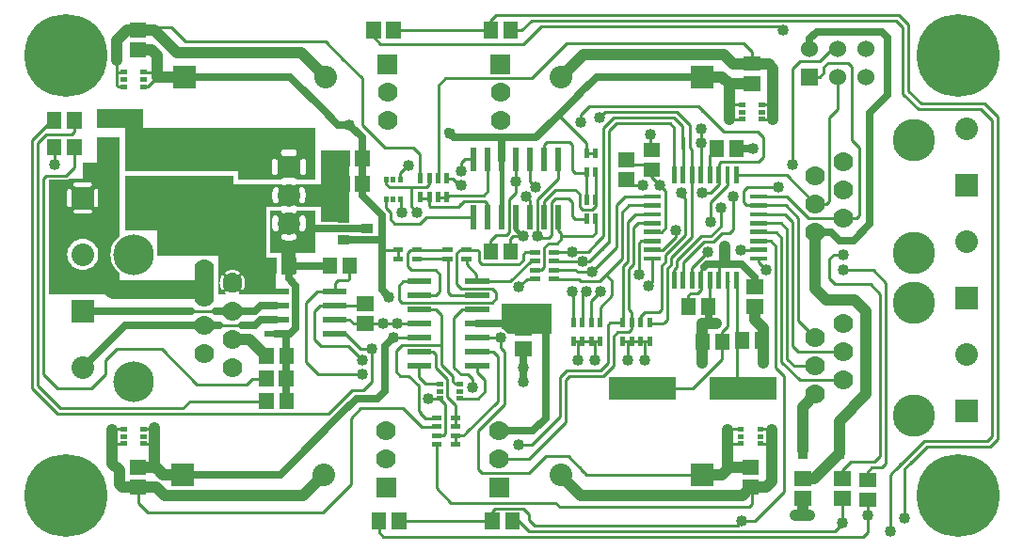
<source format=gbr>
G04 start of page 2 for group 0 idx 0 *
G04 Title: (unknown), component *
G04 Creator: pcb 20140316 *
G04 CreationDate: Mon 18 May 2015 09:38:21 PM GMT UTC *
G04 For: ndholmes *
G04 Format: Gerber/RS-274X *
G04 PCB-Dimensions (mil): 3500.00 1900.00 *
G04 PCB-Coordinate-Origin: lower left *
%MOIN*%
%FSLAX25Y25*%
%LNTOP*%
%ADD41C,0.0450*%
%ADD40C,0.0380*%
%ADD39C,0.0390*%
%ADD38C,0.0300*%
%ADD37C,0.1280*%
%ADD36C,0.1220*%
%ADD35C,0.0480*%
%ADD34C,0.1285*%
%ADD33C,0.0200*%
%ADD32R,0.0787X0.0787*%
%ADD31R,0.0157X0.0157*%
%ADD30R,0.0200X0.0200*%
%ADD29R,0.0167X0.0167*%
%ADD28R,0.0340X0.0340*%
%ADD27R,0.0360X0.0360*%
%ADD26R,0.0512X0.0512*%
%ADD25R,0.0165X0.0165*%
%ADD24R,0.0630X0.0630*%
%ADD23C,0.0787*%
%ADD22C,0.0600*%
%ADD21C,0.0700*%
%ADD20C,0.1500*%
%ADD19C,0.1440*%
%ADD18C,0.0800*%
%ADD17C,0.2937*%
%ADD16C,0.0150*%
%ADD15C,0.0650*%
%ADD14C,0.0250*%
%ADD13C,0.0100*%
%ADD12C,0.0400*%
%ADD11C,0.0001*%
G54D11*G36*
X176500Y85000D02*X189000D01*
Y74500D01*
X176500D01*
Y85000D01*
G37*
G36*
X171500D02*X184000D01*
Y74500D01*
X173599D01*
X173435Y74769D01*
X173128Y75128D01*
X172769Y75435D01*
X172366Y75681D01*
X171930Y75862D01*
X171500Y75965D01*
Y85000D01*
G37*
G36*
X74500Y121000D02*X88000D01*
Y105500D01*
X74500D01*
Y121000D01*
G37*
G36*
X93500Y104000D02*X98500D01*
Y95500D01*
X93500D01*
Y104000D01*
G37*
G36*
X73000Y102000D02*X66176D01*
X66000Y102014D01*
X65824Y102000D01*
X49500D01*
Y112500D01*
X73000D01*
Y102000D01*
G37*
G36*
X79720Y111500D02*X88000D01*
Y88500D01*
X79720D01*
Y90044D01*
X79771Y90083D01*
X79826Y90139D01*
X79870Y90204D01*
X80064Y90556D01*
X80221Y90926D01*
X80344Y91309D01*
X80433Y91700D01*
X80487Y92099D01*
X80504Y92500D01*
X80487Y92901D01*
X80433Y93300D01*
X80344Y93691D01*
X80221Y94074D01*
X80064Y94444D01*
X79874Y94798D01*
X79829Y94863D01*
X79774Y94920D01*
X79720Y94960D01*
Y111500D01*
G37*
G36*
X75998D02*X79720D01*
Y94960D01*
X79710Y94968D01*
X79640Y95004D01*
X79565Y95030D01*
X79487Y95044D01*
X79408Y95045D01*
X79329Y95033D01*
X79254Y95010D01*
X79183Y94975D01*
X79118Y94929D01*
X79061Y94874D01*
X79013Y94811D01*
X78976Y94741D01*
X78951Y94666D01*
X78937Y94588D01*
X78936Y94508D01*
X78948Y94430D01*
X78971Y94354D01*
X79007Y94284D01*
X79157Y94010D01*
X79279Y93723D01*
X79375Y93426D01*
X79444Y93121D01*
X79486Y92812D01*
X79500Y92500D01*
X79486Y92188D01*
X79444Y91879D01*
X79375Y91574D01*
X79279Y91277D01*
X79157Y90990D01*
X79010Y90714D01*
X78974Y90645D01*
X78951Y90569D01*
X78940Y90491D01*
X78941Y90413D01*
X78954Y90335D01*
X78980Y90261D01*
X79016Y90191D01*
X79064Y90128D01*
X79120Y90073D01*
X79184Y90028D01*
X79255Y89993D01*
X79330Y89970D01*
X79408Y89959D01*
X79487Y89960D01*
X79564Y89973D01*
X79639Y89999D01*
X79708Y90035D01*
X79720Y90044D01*
Y88500D01*
X78063D01*
X78298Y88626D01*
X78363Y88671D01*
X78420Y88726D01*
X78468Y88790D01*
X78504Y88860D01*
X78530Y88935D01*
X78544Y89013D01*
X78545Y89092D01*
X78533Y89171D01*
X78510Y89246D01*
X78475Y89317D01*
X78429Y89382D01*
X78374Y89439D01*
X78311Y89487D01*
X78241Y89524D01*
X78166Y89549D01*
X78088Y89563D01*
X78008Y89564D01*
X77930Y89552D01*
X77854Y89529D01*
X77784Y89493D01*
X77510Y89343D01*
X77223Y89221D01*
X76926Y89125D01*
X76621Y89056D01*
X76312Y89014D01*
X76000Y89000D01*
X75998Y89000D01*
Y96000D01*
X76000Y96000D01*
X76312Y95986D01*
X76621Y95944D01*
X76926Y95875D01*
X77223Y95779D01*
X77510Y95657D01*
X77786Y95510D01*
X77855Y95474D01*
X77931Y95451D01*
X78009Y95440D01*
X78087Y95441D01*
X78165Y95454D01*
X78239Y95480D01*
X78309Y95516D01*
X78372Y95564D01*
X78427Y95620D01*
X78472Y95684D01*
X78507Y95755D01*
X78530Y95830D01*
X78541Y95908D01*
X78540Y95987D01*
X78527Y96064D01*
X78501Y96139D01*
X78465Y96208D01*
X78417Y96271D01*
X78361Y96326D01*
X78296Y96370D01*
X77944Y96564D01*
X77574Y96721D01*
X77191Y96844D01*
X76800Y96933D01*
X76401Y96987D01*
X76000Y97004D01*
X75998Y97004D01*
Y111500D01*
G37*
G36*
X72280D02*X75998D01*
Y97004D01*
X75599Y96987D01*
X75200Y96933D01*
X74809Y96844D01*
X74426Y96721D01*
X74056Y96564D01*
X73702Y96374D01*
X73637Y96329D01*
X73580Y96274D01*
X73532Y96210D01*
X73496Y96140D01*
X73470Y96065D01*
X73456Y95987D01*
X73455Y95908D01*
X73467Y95829D01*
X73490Y95754D01*
X73525Y95683D01*
X73571Y95618D01*
X73626Y95561D01*
X73689Y95513D01*
X73759Y95476D01*
X73834Y95451D01*
X73912Y95437D01*
X73992Y95436D01*
X74070Y95448D01*
X74146Y95471D01*
X74216Y95507D01*
X74490Y95657D01*
X74777Y95779D01*
X75074Y95875D01*
X75379Y95944D01*
X75688Y95986D01*
X75998Y96000D01*
Y89000D01*
X75688Y89014D01*
X75379Y89056D01*
X75074Y89125D01*
X74777Y89221D01*
X74490Y89343D01*
X74214Y89490D01*
X74145Y89526D01*
X74069Y89549D01*
X73991Y89560D01*
X73913Y89559D01*
X73835Y89546D01*
X73761Y89520D01*
X73691Y89484D01*
X73628Y89436D01*
X73573Y89380D01*
X73528Y89316D01*
X73493Y89245D01*
X73470Y89170D01*
X73459Y89092D01*
X73460Y89013D01*
X73473Y88936D01*
X73499Y88861D01*
X73535Y88792D01*
X73583Y88729D01*
X73639Y88674D01*
X73704Y88630D01*
X73941Y88500D01*
X72280D01*
Y90040D01*
X72290Y90032D01*
X72360Y89996D01*
X72435Y89970D01*
X72513Y89956D01*
X72592Y89955D01*
X72671Y89967D01*
X72746Y89990D01*
X72817Y90025D01*
X72882Y90071D01*
X72939Y90126D01*
X72987Y90189D01*
X73024Y90259D01*
X73049Y90334D01*
X73063Y90412D01*
X73064Y90492D01*
X73052Y90570D01*
X73029Y90646D01*
X72993Y90716D01*
X72843Y90990D01*
X72721Y91277D01*
X72625Y91574D01*
X72556Y91879D01*
X72514Y92188D01*
X72500Y92500D01*
X72514Y92812D01*
X72556Y93121D01*
X72625Y93426D01*
X72721Y93723D01*
X72843Y94010D01*
X72990Y94286D01*
X73026Y94355D01*
X73049Y94431D01*
X73060Y94509D01*
X73059Y94587D01*
X73046Y94665D01*
X73020Y94739D01*
X72984Y94809D01*
X72936Y94872D01*
X72880Y94927D01*
X72816Y94972D01*
X72745Y95007D01*
X72670Y95030D01*
X72592Y95041D01*
X72513Y95040D01*
X72436Y95027D01*
X72361Y95001D01*
X72292Y94965D01*
X72280Y94956D01*
Y111500D01*
G37*
G36*
X71000D02*X72280D01*
Y94956D01*
X72229Y94917D01*
X72174Y94861D01*
X72130Y94796D01*
X71936Y94444D01*
X71779Y94074D01*
X71656Y93691D01*
X71567Y93300D01*
X71513Y92901D01*
X71496Y92500D01*
X71513Y92099D01*
X71567Y91700D01*
X71656Y91309D01*
X71779Y90926D01*
X71936Y90556D01*
X72126Y90202D01*
X72171Y90137D01*
X72226Y90080D01*
X72280Y90040D01*
Y88500D01*
X71000D01*
Y111500D01*
G37*
G36*
X85000Y101500D02*X91500D01*
Y88500D01*
X85000D01*
Y101500D01*
G37*
G36*
X23000Y135000D02*X36000D01*
Y121500D01*
X28500D01*
Y125000D01*
X28493Y125118D01*
X28465Y125232D01*
X28420Y125342D01*
X28359Y125442D01*
X28282Y125532D01*
X28192Y125609D01*
X28092Y125670D01*
X27982Y125715D01*
X27868Y125743D01*
X27750Y125752D01*
X27632Y125743D01*
X27518Y125715D01*
X27408Y125670D01*
X27308Y125609D01*
X27218Y125532D01*
X27141Y125442D01*
X27080Y125342D01*
X27035Y125232D01*
X27007Y125118D01*
X27000Y125000D01*
Y121500D01*
X23000D01*
Y126500D01*
X25500D01*
X25618Y126507D01*
X25732Y126535D01*
X25842Y126580D01*
X25942Y126641D01*
X26032Y126718D01*
X26109Y126808D01*
X26170Y126908D01*
X26215Y127018D01*
X26243Y127132D01*
X26252Y127250D01*
X26243Y127368D01*
X26215Y127482D01*
X26170Y127592D01*
X26109Y127692D01*
X26032Y127782D01*
X25942Y127859D01*
X25842Y127920D01*
X25732Y127965D01*
X25618Y127993D01*
X25500Y128000D01*
X23000D01*
Y135000D01*
G37*
G36*
X27750Y129500D02*X36000D01*
Y110000D01*
X27750D01*
Y119248D01*
X27868Y119257D01*
X27982Y119285D01*
X28092Y119330D01*
X28192Y119391D01*
X28282Y119468D01*
X28359Y119558D01*
X28420Y119658D01*
X28465Y119768D01*
X28493Y119882D01*
X28500Y120000D01*
Y125000D01*
X28493Y125118D01*
X28465Y125232D01*
X28420Y125342D01*
X28359Y125442D01*
X28282Y125532D01*
X28192Y125609D01*
X28092Y125670D01*
X27982Y125715D01*
X27868Y125743D01*
X27750Y125752D01*
Y129500D01*
G37*
G36*
X23000D02*X27750D01*
Y125752D01*
X27632Y125743D01*
X27518Y125715D01*
X27408Y125670D01*
X27308Y125609D01*
X27218Y125532D01*
X27141Y125442D01*
X27080Y125342D01*
X27035Y125232D01*
X27007Y125118D01*
X27000Y125000D01*
Y120000D01*
X27007Y119882D01*
X27035Y119768D01*
X27080Y119658D01*
X27141Y119558D01*
X27218Y119468D01*
X27308Y119391D01*
X27408Y119330D01*
X27518Y119285D01*
X27632Y119257D01*
X27750Y119248D01*
Y110000D01*
X23000D01*
Y117000D01*
X25500D01*
X25618Y117007D01*
X25732Y117035D01*
X25842Y117080D01*
X25942Y117141D01*
X26032Y117218D01*
X26109Y117308D01*
X26170Y117408D01*
X26215Y117518D01*
X26243Y117632D01*
X26252Y117750D01*
X26243Y117868D01*
X26215Y117982D01*
X26170Y118092D01*
X26109Y118192D01*
X26032Y118282D01*
X25942Y118359D01*
X25842Y118420D01*
X25732Y118465D01*
X25618Y118493D01*
X25500Y118500D01*
X23000D01*
Y126500D01*
X25500D01*
X25618Y126507D01*
X25732Y126535D01*
X25842Y126580D01*
X25942Y126641D01*
X26032Y126718D01*
X26109Y126808D01*
X26170Y126908D01*
X26215Y127018D01*
X26243Y127132D01*
X26252Y127250D01*
X26243Y127368D01*
X26215Y127482D01*
X26170Y127592D01*
X26109Y127692D01*
X26032Y127782D01*
X25942Y127859D01*
X25842Y127920D01*
X25732Y127965D01*
X25618Y127993D01*
X25500Y128000D01*
X23000D01*
Y129500D01*
G37*
G36*
X18250D02*X23000D01*
Y128000D01*
X20500D01*
X20382Y127993D01*
X20268Y127965D01*
X20158Y127920D01*
X20058Y127859D01*
X19968Y127782D01*
X19891Y127692D01*
X19830Y127592D01*
X19785Y127482D01*
X19757Y127368D01*
X19748Y127250D01*
X19757Y127132D01*
X19785Y127018D01*
X19830Y126908D01*
X19891Y126808D01*
X19968Y126718D01*
X20058Y126641D01*
X20158Y126580D01*
X20268Y126535D01*
X20382Y126507D01*
X20500Y126500D01*
X23000D01*
Y118500D01*
X20500D01*
X20382Y118493D01*
X20268Y118465D01*
X20158Y118420D01*
X20058Y118359D01*
X19968Y118282D01*
X19891Y118192D01*
X19830Y118092D01*
X19785Y117982D01*
X19757Y117868D01*
X19748Y117750D01*
X19757Y117632D01*
X19785Y117518D01*
X19830Y117408D01*
X19891Y117308D01*
X19968Y117218D01*
X20058Y117141D01*
X20158Y117080D01*
X20268Y117035D01*
X20382Y117007D01*
X20500Y117000D01*
X23000D01*
Y110000D01*
X18250D01*
Y119248D01*
X18368Y119257D01*
X18482Y119285D01*
X18592Y119330D01*
X18692Y119391D01*
X18782Y119468D01*
X18859Y119558D01*
X18920Y119658D01*
X18965Y119768D01*
X18993Y119882D01*
X19000Y120000D01*
Y125000D01*
X18993Y125118D01*
X18965Y125232D01*
X18920Y125342D01*
X18859Y125442D01*
X18782Y125532D01*
X18692Y125609D01*
X18592Y125670D01*
X18482Y125715D01*
X18368Y125743D01*
X18250Y125752D01*
Y129500D01*
G37*
G36*
X18121D02*X18250D01*
Y125752D01*
X18132Y125743D01*
X18018Y125715D01*
X17908Y125670D01*
X17808Y125609D01*
X17718Y125532D01*
X17641Y125442D01*
X17580Y125342D01*
X17535Y125232D01*
X17507Y125118D01*
X17500Y125000D01*
Y120000D01*
X17507Y119882D01*
X17535Y119768D01*
X17580Y119658D01*
X17641Y119558D01*
X17718Y119468D01*
X17808Y119391D01*
X17908Y119330D01*
X18018Y119285D01*
X18132Y119257D01*
X18250Y119248D01*
Y110000D01*
X11000D01*
Y129000D01*
X11500D01*
X11500Y129000D01*
X16941D01*
X17000Y128995D01*
X17235Y129014D01*
X17235Y129014D01*
X17465Y129069D01*
X17683Y129159D01*
X17884Y129283D01*
X18064Y129436D01*
X18102Y129481D01*
X18121Y129500D01*
G37*
G36*
X22992Y114000D02*X36000D01*
Y109013D01*
X35184Y108316D01*
X34346Y107335D01*
X33671Y106234D01*
X33177Y105042D01*
X32876Y103787D01*
X32775Y102500D01*
X32876Y101213D01*
X33177Y99958D01*
X33671Y98766D01*
X34346Y97665D01*
X35184Y96684D01*
X36000Y95987D01*
Y88500D01*
X22992D01*
Y96984D01*
X23000Y96983D01*
X23863Y97051D01*
X24705Y97253D01*
X25505Y97584D01*
X26243Y98037D01*
X26901Y98599D01*
X27463Y99257D01*
X27916Y99995D01*
X28247Y100795D01*
X28449Y101637D01*
X28500Y102500D01*
X28449Y103363D01*
X28247Y104205D01*
X27916Y105005D01*
X27463Y105743D01*
X26901Y106401D01*
X26243Y106963D01*
X25505Y107416D01*
X24705Y107747D01*
X23863Y107949D01*
X23000Y108017D01*
X22992Y108016D01*
Y114000D01*
G37*
G36*
X11000D02*X22992D01*
Y108016D01*
X22137Y107949D01*
X21295Y107747D01*
X20495Y107416D01*
X19757Y106963D01*
X19099Y106401D01*
X18537Y105743D01*
X18084Y105005D01*
X17753Y104205D01*
X17551Y103363D01*
X17483Y102500D01*
X17551Y101637D01*
X17753Y100795D01*
X18084Y99995D01*
X18537Y99257D01*
X19099Y98599D01*
X19757Y98037D01*
X20495Y97584D01*
X21295Y97253D01*
X22137Y97051D01*
X22992Y96984D01*
Y88500D01*
X11000D01*
Y114000D01*
G37*
G36*
X38000Y130500D02*X76500D01*
Y111000D01*
X38000D01*
Y130500D01*
G37*
G36*
X28000Y154000D02*X40000D01*
Y147500D01*
X28000D01*
Y154000D01*
G37*
G36*
X38000D02*X44500D01*
Y132000D01*
X38000D01*
Y154000D01*
G37*
G36*
X100761Y127500D02*X105500D01*
Y119500D01*
X100761D01*
Y120683D01*
X100831Y120695D01*
X100980Y120746D01*
X101119Y120819D01*
X101245Y120913D01*
X101355Y121025D01*
X101446Y121154D01*
X101513Y121296D01*
X101704Y121828D01*
X101837Y122377D01*
X101917Y122936D01*
X101944Y123500D01*
X101917Y124064D01*
X101837Y124623D01*
X101704Y125172D01*
X101519Y125706D01*
X101450Y125848D01*
X101358Y125977D01*
X101248Y126091D01*
X101121Y126185D01*
X100981Y126259D01*
X100832Y126309D01*
X100761Y126321D01*
Y127500D01*
G37*
G36*
X91239D02*X93350D01*
X93393Y127439D01*
X93504Y127326D01*
X93630Y127232D01*
X93770Y127158D01*
X93920Y127108D01*
X94076Y127081D01*
X94234Y127079D01*
X94390Y127102D01*
X94540Y127152D01*
X94892Y127278D01*
X95243Y127363D01*
X96757D01*
X97108Y127278D01*
X97461Y127156D01*
X97611Y127106D01*
X97766Y127083D01*
X97924Y127085D01*
X98079Y127112D01*
X98228Y127162D01*
X98367Y127236D01*
X98493Y127330D01*
X98603Y127442D01*
X98644Y127500D01*
X100761D01*
Y126321D01*
X100676Y126336D01*
X100518Y126338D01*
X100361Y126315D01*
X100210Y126268D01*
X100069Y126198D01*
X99939Y126107D01*
X99826Y125996D01*
X99732Y125870D01*
X99658Y125730D01*
X99608Y125580D01*
X99581Y125424D01*
X99579Y125266D01*
X99602Y125110D01*
X99652Y124960D01*
X99778Y124608D01*
X99866Y124244D01*
X99919Y123874D01*
X99937Y123500D01*
X99919Y123126D01*
X99866Y122756D01*
X99778Y122392D01*
X99656Y122039D01*
X99606Y121889D01*
X99583Y121734D01*
X99585Y121576D01*
X99612Y121421D01*
X99662Y121272D01*
X99736Y121133D01*
X99830Y121007D01*
X99942Y120897D01*
X100071Y120806D01*
X100212Y120736D01*
X100362Y120689D01*
X100518Y120667D01*
X100675Y120668D01*
X100761Y120683D01*
Y119500D01*
X98650D01*
X98607Y119561D01*
X98496Y119674D01*
X98370Y119768D01*
X98230Y119842D01*
X98080Y119892D01*
X97924Y119919D01*
X97766Y119921D01*
X97610Y119898D01*
X97460Y119848D01*
X97108Y119722D01*
X96744Y119634D01*
X96577Y119610D01*
X96306Y119637D01*
X95694D01*
X95423Y119610D01*
X95256Y119634D01*
X94892Y119722D01*
X94539Y119844D01*
X94389Y119894D01*
X94234Y119917D01*
X94076Y119915D01*
X93921Y119888D01*
X93772Y119838D01*
X93633Y119764D01*
X93507Y119670D01*
X93397Y119558D01*
X93356Y119500D01*
X91239D01*
Y120679D01*
X91324Y120664D01*
X91482Y120662D01*
X91639Y120685D01*
X91790Y120732D01*
X91931Y120802D01*
X92061Y120893D01*
X92174Y121004D01*
X92268Y121130D01*
X92342Y121270D01*
X92392Y121420D01*
X92419Y121576D01*
X92421Y121734D01*
X92398Y121890D01*
X92348Y122040D01*
X92222Y122392D01*
X92134Y122756D01*
X92081Y123126D01*
X92063Y123500D01*
X92081Y123874D01*
X92134Y124244D01*
X92222Y124608D01*
X92344Y124961D01*
X92394Y125111D01*
X92417Y125266D01*
X92415Y125424D01*
X92388Y125579D01*
X92338Y125728D01*
X92264Y125867D01*
X92170Y125993D01*
X92058Y126103D01*
X91929Y126194D01*
X91788Y126264D01*
X91638Y126311D01*
X91482Y126333D01*
X91325Y126332D01*
X91239Y126317D01*
Y127500D01*
G37*
G36*
X70000D02*X91239D01*
Y126317D01*
X91169Y126305D01*
X91020Y126254D01*
X90881Y126181D01*
X90755Y126087D01*
X90645Y125975D01*
X90554Y125846D01*
X90487Y125704D01*
X90296Y125172D01*
X90163Y124623D01*
X90083Y124064D01*
X90056Y123500D01*
X90083Y122936D01*
X90163Y122377D01*
X90296Y121828D01*
X90481Y121294D01*
X90550Y121152D01*
X90642Y121023D01*
X90752Y120909D01*
X90879Y120815D01*
X91019Y120741D01*
X91168Y120691D01*
X91239Y120679D01*
Y119500D01*
X70000D01*
Y127500D01*
G37*
G36*
X101037Y147500D02*X105500D01*
Y129000D01*
X101037D01*
Y130660D01*
X101210Y130673D01*
X101378Y130714D01*
X101538Y130780D01*
X101686Y130870D01*
X101817Y130983D01*
X101930Y131114D01*
X102020Y131262D01*
X102086Y131422D01*
X102127Y131590D01*
X102137Y131763D01*
Y135237D01*
X102127Y135410D01*
X102086Y135578D01*
X102020Y135738D01*
X101930Y135886D01*
X101817Y136017D01*
X101686Y136130D01*
X101538Y136220D01*
X101378Y136286D01*
X101210Y136327D01*
X101037Y136340D01*
Y147500D01*
G37*
G36*
X96000D02*X101037D01*
Y136340D01*
X100864Y136327D01*
X100696Y136286D01*
X100536Y136220D01*
X100388Y136130D01*
X100257Y136017D01*
X100144Y135886D01*
X100054Y135738D01*
X99988Y135578D01*
X99947Y135410D01*
X99937Y135237D01*
Y131763D01*
X99947Y131590D01*
X99988Y131422D01*
X100054Y131262D01*
X100144Y131114D01*
X100257Y130983D01*
X100388Y130870D01*
X100536Y130780D01*
X100696Y130714D01*
X100864Y130673D01*
X101037Y130660D01*
Y129000D01*
X98698D01*
X98630Y129112D01*
X98517Y129243D01*
X98386Y129356D01*
X98238Y129446D01*
X98078Y129512D01*
X97910Y129553D01*
X97737Y129563D01*
X96000D01*
Y137437D01*
X97737D01*
X97910Y137447D01*
X98078Y137488D01*
X98238Y137554D01*
X98386Y137644D01*
X98517Y137757D01*
X98630Y137888D01*
X98720Y138036D01*
X98786Y138196D01*
X98827Y138364D01*
X98840Y138537D01*
X98827Y138710D01*
X98786Y138878D01*
X98720Y139038D01*
X98630Y139186D01*
X98517Y139317D01*
X98386Y139430D01*
X98238Y139520D01*
X98078Y139586D01*
X97910Y139627D01*
X97737Y139637D01*
X96000D01*
Y147500D01*
G37*
G36*
X90963D02*X96000D01*
Y139637D01*
X94263D01*
X94090Y139627D01*
X93922Y139586D01*
X93762Y139520D01*
X93614Y139430D01*
X93483Y139317D01*
X93370Y139186D01*
X93280Y139038D01*
X93214Y138878D01*
X93173Y138710D01*
X93160Y138537D01*
X93173Y138364D01*
X93214Y138196D01*
X93280Y138036D01*
X93370Y137888D01*
X93483Y137757D01*
X93614Y137644D01*
X93762Y137554D01*
X93922Y137488D01*
X94090Y137447D01*
X94263Y137437D01*
X96000D01*
Y129563D01*
X94263D01*
X94090Y129553D01*
X93922Y129512D01*
X93762Y129446D01*
X93614Y129356D01*
X93483Y129243D01*
X93370Y129112D01*
X93302Y129000D01*
X90963D01*
Y130660D01*
X91136Y130673D01*
X91304Y130714D01*
X91464Y130780D01*
X91612Y130870D01*
X91743Y130983D01*
X91856Y131114D01*
X91946Y131262D01*
X92012Y131422D01*
X92053Y131590D01*
X92063Y131763D01*
Y135237D01*
X92053Y135410D01*
X92012Y135578D01*
X91946Y135738D01*
X91856Y135886D01*
X91743Y136017D01*
X91612Y136130D01*
X91464Y136220D01*
X91304Y136286D01*
X91136Y136327D01*
X90963Y136340D01*
Y147500D01*
G37*
G36*
X78000D02*X90963D01*
Y136340D01*
X90790Y136327D01*
X90622Y136286D01*
X90462Y136220D01*
X90314Y136130D01*
X90183Y136017D01*
X90070Y135886D01*
X89980Y135738D01*
X89914Y135578D01*
X89873Y135410D01*
X89863Y135237D01*
Y131763D01*
X89873Y131590D01*
X89914Y131422D01*
X89980Y131262D01*
X90070Y131114D01*
X90183Y130983D01*
X90314Y130870D01*
X90462Y130780D01*
X90622Y130714D01*
X90790Y130673D01*
X90963Y130660D01*
Y129000D01*
X78000D01*
Y147500D01*
G37*
G36*
X28000Y144000D02*X36000D01*
Y132000D01*
X28000D01*
Y144000D01*
G37*
G36*
X105500Y132000D02*X102137D01*
Y135237D01*
X102127Y135410D01*
X102086Y135578D01*
X102020Y135738D01*
X101930Y135886D01*
X101817Y136017D01*
X101686Y136130D01*
X101538Y136220D01*
X101378Y136286D01*
X101210Y136327D01*
X101037Y136340D01*
X100864Y136327D01*
X100696Y136286D01*
X100536Y136220D01*
X100388Y136130D01*
X100257Y136017D01*
X100144Y135886D01*
X100054Y135738D01*
X99988Y135578D01*
X99947Y135410D01*
X99937Y135237D01*
Y132000D01*
X96000D01*
Y137437D01*
X97737D01*
X97910Y137447D01*
X98078Y137488D01*
X98238Y137554D01*
X98386Y137644D01*
X98517Y137757D01*
X98630Y137888D01*
X98720Y138036D01*
X98786Y138196D01*
X98827Y138364D01*
X98840Y138537D01*
X98827Y138710D01*
X98786Y138878D01*
X98720Y139038D01*
X98630Y139186D01*
X98517Y139317D01*
X98386Y139430D01*
X98238Y139520D01*
X98078Y139586D01*
X97910Y139627D01*
X97737Y139637D01*
X96000D01*
Y147500D01*
X105500D01*
Y132000D01*
G37*
G36*
X96000D02*X92063D01*
Y135237D01*
X92053Y135410D01*
X92012Y135578D01*
X91946Y135738D01*
X91856Y135886D01*
X91743Y136017D01*
X91612Y136130D01*
X91464Y136220D01*
X91304Y136286D01*
X91136Y136327D01*
X90963Y136340D01*
X90790Y136327D01*
X90622Y136286D01*
X90462Y136220D01*
X90314Y136130D01*
X90183Y136017D01*
X90070Y135886D01*
X89980Y135738D01*
X89914Y135578D01*
X89873Y135410D01*
X89863Y135237D01*
Y132000D01*
X43000D01*
Y147500D01*
X96000D01*
Y139637D01*
X94263D01*
X94090Y139627D01*
X93922Y139586D01*
X93762Y139520D01*
X93614Y139430D01*
X93483Y139317D01*
X93370Y139186D01*
X93280Y139038D01*
X93214Y138878D01*
X93173Y138710D01*
X93160Y138537D01*
X93173Y138364D01*
X93214Y138196D01*
X93280Y138036D01*
X93370Y137888D01*
X93483Y137757D01*
X93614Y137644D01*
X93762Y137554D01*
X93922Y137488D01*
X94090Y137447D01*
X94263Y137437D01*
X96000D01*
Y132000D01*
G37*
G36*
X100882Y118000D02*X105500D01*
Y103000D01*
X100882D01*
Y110687D01*
X101039Y110719D01*
X101201Y110779D01*
X101351Y110865D01*
X101487Y110973D01*
X101604Y111100D01*
X101699Y111245D01*
X101768Y111404D01*
X101955Y111986D01*
X102076Y112585D01*
X102137Y113194D01*
Y113806D01*
X102076Y114415D01*
X101955Y115014D01*
X101775Y115599D01*
X101704Y115758D01*
X101608Y115903D01*
X101490Y116031D01*
X101354Y116139D01*
X101203Y116225D01*
X101040Y116286D01*
X100882Y116318D01*
Y118000D01*
G37*
G36*
X96002Y117432D02*X96196D01*
X96586Y117393D01*
X96970Y117316D01*
X97345Y117200D01*
X97511Y117151D01*
X97683Y117131D01*
X97856Y117139D01*
X98025Y117173D01*
X98187Y117234D01*
X98338Y117320D01*
X98474Y117427D01*
X98590Y117555D01*
X98686Y117699D01*
X98758Y117857D01*
X98797Y118000D01*
X100882D01*
Y116318D01*
X100870Y116321D01*
X100696Y116328D01*
X100523Y116309D01*
X100355Y116262D01*
X100197Y116190D01*
X100052Y116094D01*
X99924Y115977D01*
X99815Y115841D01*
X99730Y115690D01*
X99669Y115527D01*
X99634Y115356D01*
X99626Y115183D01*
X99646Y115010D01*
X99696Y114843D01*
X99816Y114470D01*
X99893Y114086D01*
X99932Y113696D01*
Y113304D01*
X99893Y112914D01*
X99816Y112530D01*
X99700Y112155D01*
X99651Y111989D01*
X99631Y111817D01*
X99639Y111644D01*
X99673Y111475D01*
X99734Y111313D01*
X99820Y111162D01*
X99927Y111026D01*
X100055Y110910D01*
X100199Y110814D01*
X100357Y110742D01*
X100524Y110696D01*
X100696Y110677D01*
X100869Y110684D01*
X100882Y110687D01*
Y103000D01*
X96002D01*
Y107363D01*
X96306D01*
X96915Y107424D01*
X97514Y107545D01*
X98099Y107725D01*
X98258Y107796D01*
X98403Y107892D01*
X98531Y108010D01*
X98639Y108146D01*
X98725Y108297D01*
X98786Y108460D01*
X98821Y108630D01*
X98828Y108804D01*
X98809Y108977D01*
X98762Y109145D01*
X98690Y109303D01*
X98594Y109448D01*
X98477Y109576D01*
X98341Y109685D01*
X98190Y109770D01*
X98027Y109831D01*
X97856Y109866D01*
X97682Y109874D01*
X97510Y109854D01*
X97343Y109804D01*
X96970Y109684D01*
X96586Y109607D01*
X96196Y109568D01*
X96002D01*
Y117432D01*
G37*
G36*
X91118Y118000D02*X93198D01*
X93238Y117855D01*
X93310Y117697D01*
X93406Y117552D01*
X93523Y117424D01*
X93659Y117315D01*
X93810Y117230D01*
X93973Y117169D01*
X94144Y117134D01*
X94317Y117126D01*
X94490Y117146D01*
X94657Y117196D01*
X95030Y117316D01*
X95414Y117393D01*
X95804Y117432D01*
X96002D01*
Y109568D01*
X95804D01*
X95414Y109607D01*
X95030Y109684D01*
X94655Y109800D01*
X94489Y109849D01*
X94317Y109869D01*
X94144Y109861D01*
X93975Y109827D01*
X93813Y109766D01*
X93662Y109680D01*
X93526Y109573D01*
X93410Y109445D01*
X93314Y109301D01*
X93242Y109143D01*
X93196Y108976D01*
X93177Y108804D01*
X93184Y108631D01*
X93219Y108461D01*
X93279Y108299D01*
X93365Y108149D01*
X93473Y108013D01*
X93600Y107896D01*
X93745Y107801D01*
X93904Y107732D01*
X94486Y107545D01*
X95085Y107424D01*
X95694Y107363D01*
X96002D01*
Y103000D01*
X91118D01*
Y110682D01*
X91130Y110679D01*
X91304Y110672D01*
X91477Y110691D01*
X91645Y110738D01*
X91803Y110810D01*
X91948Y110906D01*
X92076Y111023D01*
X92185Y111159D01*
X92270Y111310D01*
X92331Y111473D01*
X92366Y111644D01*
X92374Y111818D01*
X92354Y111990D01*
X92304Y112157D01*
X92184Y112530D01*
X92107Y112914D01*
X92068Y113304D01*
Y113696D01*
X92107Y114086D01*
X92184Y114470D01*
X92300Y114845D01*
X92349Y115011D01*
X92369Y115183D01*
X92361Y115356D01*
X92327Y115525D01*
X92266Y115687D01*
X92180Y115838D01*
X92073Y115974D01*
X91945Y116090D01*
X91801Y116186D01*
X91643Y116258D01*
X91476Y116304D01*
X91304Y116323D01*
X91131Y116316D01*
X91118Y116313D01*
Y118000D01*
G37*
G36*
X89500D02*X91118D01*
Y116313D01*
X90961Y116281D01*
X90799Y116221D01*
X90649Y116135D01*
X90513Y116027D01*
X90396Y115900D01*
X90301Y115755D01*
X90232Y115596D01*
X90045Y115014D01*
X89924Y114415D01*
X89863Y113806D01*
Y113194D01*
X89924Y112585D01*
X90045Y111986D01*
X90225Y111401D01*
X90296Y111242D01*
X90392Y111097D01*
X90510Y110969D01*
X90646Y110861D01*
X90797Y110775D01*
X90960Y110714D01*
X91118Y110682D01*
Y103000D01*
X89500D01*
Y118000D01*
G37*
G36*
X103000Y127500D02*X114000D01*
Y119500D01*
X103000D01*
Y127500D01*
G37*
G36*
X107500Y139500D02*X117500D01*
Y122500D01*
X107500D01*
Y139500D01*
G37*
G36*
X110500Y124000D02*X117500D01*
Y114000D01*
X110500D01*
Y124000D01*
G37*
G36*
X107500Y129000D02*X117500D01*
Y114000D01*
X107500D01*
Y129000D01*
G37*
G54D12*X192500Y24500D02*Y24000D01*
G54D13*X192000Y25000D02*X192500Y24500D01*
X242500D02*X201500D01*
G54D12*X199500Y17000D02*X256543D01*
G54D13*X192000Y13000D02*X259000D01*
X181000Y4500D02*X278000D01*
X183000Y6500D02*X255000D01*
X256500Y8000D01*
X261000D02*X256500D01*
X148348Y35126D02*Y19652D01*
X153500Y14500D01*
X129500Y2500D02*X283500D01*
X181000Y10500D02*Y8500D01*
X183000Y6500D01*
X153500Y14500D02*X190500D01*
X192000Y13000D01*
X164500Y25000D02*X181000D01*
X172500Y49500D02*X163000Y40000D01*
Y26500D01*
X164500Y25000D01*
X170500Y30000D02*X181000D01*
X177500Y35000D02*X182000D01*
X181000Y25000D02*X187000Y31000D01*
X181000Y30000D02*X186500Y35500D01*
X182000Y35000D02*X192000Y45000D01*
X194000Y43000D02*X183500Y32500D01*
X195000Y31000D02*X200500Y25500D01*
X209000Y64000D02*X206500Y61500D01*
X194500D01*
X192000Y59000D01*
X211000Y63000D02*X207500Y59500D01*
X195500D01*
X194000Y58000D01*
X192000Y59000D02*Y45000D01*
X194000Y58000D02*Y43000D01*
X259000Y13000D02*X260000Y14000D01*
Y20000D01*
X271500Y18500D02*X261000Y8000D01*
G54D12*X275500Y10000D02*X280500D01*
X278000D02*Y15957D01*
Y23043D02*X281943D01*
G54D13*X309000Y9000D02*Y24500D01*
X312750Y28250D01*
X314000Y26500D02*Y13000D01*
X309000Y4500D02*Y9500D01*
X314000Y14000D02*Y9000D01*
X292000Y26000D02*X295000Y29000D01*
X301000Y22543D02*Y25500D01*
X302500Y27000D01*
X301000Y15457D02*Y4000D01*
X299500Y2500D01*
X281500D01*
X295000Y29000D02*X303500D01*
X305500Y31000D01*
Y36000D01*
X302500Y27000D02*X306000D01*
X307500Y28500D01*
Y32000D01*
X187000Y31000D02*X195000D01*
G54D12*X278000Y33000D02*Y48500D01*
X290900Y33000D02*Y43400D01*
X281943Y23043D02*X290900Y32000D01*
G54D13*X292000Y23043D02*Y26000D01*
Y15957D02*Y7000D01*
X289500Y4500D01*
X277500D01*
X148273Y41500D02*X148348Y41425D01*
X148274Y44500D02*X148348Y44574D01*
X143000Y41500D02*X148000D01*
X148137Y41637D01*
X148348Y38275D02*X150775D01*
X155044D02*Y35126D01*
Y38275D02*X157775D01*
X159000Y39500D01*
X150775Y38275D02*X151500Y39000D01*
Y49426D01*
X156574Y51500D02*X156513Y51440D01*
X155044Y41425D02*Y48956D01*
X152000Y52000D01*
X170000Y50500D02*X158750Y39250D01*
X163000Y51500D02*X160000D01*
X142500Y46500D02*X144500Y44500D01*
X148274D01*
X142000Y47000D02*X143000Y46000D01*
G54D14*X170500Y40000D02*X182500D01*
X187000Y44500D01*
G54D13*X171000Y73000D02*Y69500D01*
G54D14*X162750Y78000D02*X179000D01*
G54D13*X196776Y71652D02*X206224D01*
X198500Y65000D02*Y71652D01*
X204500Y65000D02*Y71652D01*
X171000Y69500D02*X172500Y68000D01*
G54D14*X179000Y57500D02*Y69000D01*
G54D13*X172500Y68000D02*Y49500D01*
G54D14*X187000Y44500D02*Y79500D01*
G54D13*X170000Y63000D02*Y50500D01*
X165500Y58000D02*Y54000D01*
X163000Y51500D01*
X162750Y63000D02*Y60750D01*
X165500Y58000D01*
X161000Y55500D02*Y58500D01*
X159500Y60000D01*
X157000D01*
X154500Y62500D01*
Y80000D02*Y62500D01*
X175086Y8000D02*X177500D01*
X181000Y4500D01*
X135000Y8000D02*X168000D01*
Y11500D01*
G54D12*X192500Y24000D02*X199500Y17000D01*
G54D13*X201500Y24500D02*X199000Y27000D01*
X168000Y11500D02*X169000Y12500D01*
X177000D01*
X175500D02*X179000D01*
X181000Y10500D01*
G54D12*X259500Y27043D02*X252043D01*
X249500Y24500D01*
X242500D01*
X251500Y26500D02*X251000Y26000D01*
X251500Y40500D02*Y26500D01*
G54D13*X255959Y40560D02*X251560D01*
X251500Y40500D01*
X255959Y35440D02*X251560D01*
X251500Y35500D01*
G54D12*X256543Y17000D02*X259500Y19957D01*
X267000Y40500D02*Y22000D01*
X265000Y20000D01*
G54D13*X266560Y40560D02*X267000Y41000D01*
X262987Y35440D02*X266940D01*
X267000Y35500D01*
G54D12*X265000Y20000D02*X259543D01*
G54D13*X271500Y59500D02*Y18500D01*
G54D12*X264000Y64000D02*Y71543D01*
X263543Y72000D01*
X264000Y76500D02*Y67500D01*
G54D13*X270500Y64500D02*X277000Y58000D01*
X268500Y62500D02*X271500Y59500D01*
G54D12*X242500Y64000D02*Y71500D01*
Y78000D02*Y67000D01*
G54D13*X239000Y55000D02*X249500Y65500D01*
Y71414D01*
X249586Y71500D01*
X249500Y72000D02*Y75000D01*
X251500Y77000D01*
X214276Y71652D02*X223724D01*
X216000Y65000D02*Y71652D01*
X222000Y65000D02*Y71652D01*
X230000Y79500D02*X228500Y78000D01*
X224072D01*
X223724Y78348D01*
X230000Y79500D02*X229000Y78500D01*
X220500Y78423D02*X220575Y78348D01*
X217500Y78000D02*Y76000D01*
X216500Y75000D01*
X212500D01*
X214276Y78276D02*X209776D01*
X209000Y77500D01*
Y64000D01*
X212500Y75000D02*X211000Y73500D01*
Y63000D01*
X221783Y55000D02*X239000D01*
G54D12*X278000Y48500D02*X282500Y53000D01*
X290900Y43400D02*X300500Y53000D01*
G54D13*X61500Y82500D02*X70000D01*
G54D15*X66000Y97500D02*Y87500D01*
Y90000D02*X34000D01*
G54D14*X38000Y77500D02*X71500D01*
X23000Y82500D02*X61500D01*
G54D15*X34000Y90000D02*X29000Y95000D01*
G54D13*X14000Y46000D02*X99000D01*
X97500D02*X110000D01*
X112250Y89500D02*X106000D01*
X102000Y85500D01*
Y64500D01*
X106500Y60000D01*
X9000Y129500D02*Y60000D01*
X14000Y55000D01*
X7000Y142000D02*Y56000D01*
X15000Y48000D01*
X5000Y143000D02*Y55000D01*
X14000Y46000D01*
G54D12*X76000Y72500D02*X82000D01*
G54D13*X61000Y50500D02*X88000D01*
G54D14*X120000Y51500D02*X117000Y48500D01*
G54D13*X110000Y46000D02*X118500Y54500D01*
X112500Y74500D02*X116000D01*
X121500Y69000D01*
X107500Y70000D02*X117000D01*
X112000Y84500D02*X107000D01*
X105000Y82500D01*
Y72500D01*
X107500Y70000D01*
G54D14*X122000Y123500D02*Y137000D01*
G54D13*X71500Y77500D02*X80000D01*
G54D14*X79500D02*X84000D01*
X86000Y79500D01*
X91500D01*
Y74500D02*X96500D01*
X98500Y76500D01*
X70000Y82500D02*X82000D01*
X84000D02*X81000D01*
X91500Y84500D02*X86000D01*
X84000Y82500D01*
X98500Y76500D02*Y91500D01*
X96000Y94000D01*
Y98000D01*
X110414Y98500D02*X96043D01*
G54D13*X112250Y89500D02*Y92250D01*
X113500Y93500D01*
X117000D01*
X117500Y94000D01*
Y98500D01*
D03*
G54D14*X129000Y110000D02*Y116500D01*
Y113000D02*Y100500D01*
G54D13*X129075Y104075D02*X129000Y104000D01*
G54D14*Y116500D02*X122000Y123500D01*
X129000Y102000D02*Y90000D01*
X123700Y111600D02*X104400D01*
X115500Y107700D02*X128700D01*
G54D12*X42500Y27043D02*X48957D01*
X42500Y19957D02*X49043D01*
X52000Y17000D01*
X42457Y20000D02*X42500Y19957D01*
X48957Y27043D02*X51500Y24500D01*
X58500D01*
X48500Y27500D02*X51250Y24750D01*
X48500Y41000D02*Y27500D01*
G54D13*X44513Y40560D02*X48440D01*
X48500Y40500D01*
X44513Y35440D02*X47940D01*
X48500Y36000D01*
G54D12*X33500Y40500D02*Y28500D01*
G54D13*X37487Y40560D02*X33560D01*
X33500Y40500D01*
X37487Y35440D02*X34060D01*
X33500Y36000D01*
G54D12*Y28500D02*X36000Y26000D01*
Y21000D01*
X37000Y20000D01*
X42457D01*
G54D13*X42543Y19957D02*Y14457D01*
X46000Y11000D01*
G54D14*X95086Y66500D02*Y74414D01*
Y68000D02*Y50500D01*
Y74414D02*X95000Y74500D01*
G54D12*X82000Y72500D02*X88000Y66500D01*
G54D13*X51000Y69000D02*X63500Y56500D01*
X81000D01*
X83000Y58500D01*
X87914D01*
X121500Y69000D02*X125500D01*
Y57500D02*Y69000D01*
X117000Y70000D02*X122000Y65000D01*
X118500Y54500D02*X122500D01*
X125500Y57500D01*
X106500Y60000D02*X122000D01*
G54D14*X23000Y62500D02*X38000Y77500D01*
G54D13*X14000Y55000D02*X26000D01*
X31000Y60000D01*
Y65000D01*
X35000Y69000D01*
X51000D01*
X15000Y48000D02*X58500D01*
X61000Y50500D01*
G54D12*X52000Y17000D02*X101000D01*
X108500Y24500D01*
G54D14*X117500Y49000D02*X93000Y24500D01*
X58500D01*
G54D13*X118000Y21000D02*Y44500D01*
X46000Y11000D02*X108000D01*
X118000Y21000D01*
X127914Y8000D02*Y4086D01*
X129500Y2500D01*
G54D14*X127500Y51500D02*X120000D01*
G54D13*X151500Y49426D02*X149487Y51440D01*
X152000Y52000D02*Y58500D01*
X161000Y51500D02*X156574D01*
X162750Y68000D02*X168500D01*
X170000Y66500D01*
Y62000D01*
X171000Y73000D02*X162750D01*
X149487Y56560D02*X144440D01*
X142000Y59000D01*
Y62750D01*
X142250Y63000D01*
X145500Y51500D02*X149426D01*
X149500Y51426D01*
X148000Y62500D02*Y67000D01*
X150000Y63500D02*Y81000D01*
X148000Y67000D02*X147000Y68000D01*
X152000Y58500D02*X148000Y62500D01*
X156513Y56560D02*X154940D01*
X154000Y57500D01*
Y59500D01*
X150000Y63500D01*
X142000Y56000D02*Y47000D01*
X147000Y68000D02*X142250D01*
X150000Y70500D02*X136000D01*
X133000Y73000D02*X142250D01*
X129500Y78000D02*X142250D01*
X134500D02*X122500D01*
G54D14*X133000Y73000D02*X130000Y70000D01*
G54D13*X136000Y70500D02*X134000Y68500D01*
Y62500D01*
Y63000D02*Y61000D01*
X135500Y59500D01*
G54D14*X130000Y70000D02*Y54000D01*
G54D13*X135500Y59500D02*X138500D01*
X118000Y44500D02*X121500Y48000D01*
X136500D01*
G54D14*X130000Y54000D02*X127500Y51500D01*
G54D13*X138500Y59500D02*X142000Y56000D01*
X136500Y48000D02*X143000Y41500D01*
X12914Y140500D02*Y134586D01*
X19000Y145000D02*X10000D01*
X7000Y142000D01*
X12000Y150000D02*X5000Y143000D01*
X12914Y134586D02*X13000Y134500D01*
X12914Y150000D02*X12000D01*
X11500Y130500D02*X17000D01*
X20000Y133500D01*
Y140500D01*
Y150000D02*Y146000D01*
X19000Y145000D01*
X12000Y130500D02*X10000D01*
X9000Y129500D01*
G54D12*X56500Y174000D02*X100500D01*
X109000Y165500D01*
G54D14*X59000D02*X96500D01*
G54D13*X109000Y178000D02*X59500D01*
G54D12*X59000Y165500D02*X49500D01*
Y173000D01*
G54D13*X44513Y167060D02*X48560D01*
X49500Y168000D01*
X44513Y161940D02*X45940D01*
X49500Y165500D01*
G54D12*Y173000D02*X47500Y175000D01*
X42586D01*
X42543Y174957D01*
X38543Y182043D02*X35000Y178500D01*
Y171500D01*
G54D13*Y172000D02*Y168000D01*
X37487Y161940D02*X35560D01*
X35000Y162500D01*
Y168500D01*
X37487Y167060D02*X35060D01*
X35000Y167000D01*
X59500Y178000D02*X54500Y183000D01*
G54D12*X38543Y182043D02*X48457D01*
X56500Y174000D01*
G54D13*X54500Y183000D02*X47957D01*
X47000Y182043D01*
G54D14*X96500Y165500D02*X109000Y153000D01*
X113500Y148500D02*X108000Y154000D01*
G54D13*X115500Y171500D02*X109000Y178000D01*
X122000Y165000D02*X114500Y172500D01*
X125957Y181957D02*Y179543D01*
X128500Y177000D01*
G54D14*X117500Y148500D02*X113500D01*
G54D13*X122000Y165000D02*Y148500D01*
X167457Y182000D02*Y185457D01*
X169500Y187500D01*
G54D14*X160500Y144000D02*X154500D01*
X152500Y146000D01*
G54D13*X140000Y140500D02*X141000Y139500D01*
G54D14*X122000Y136543D02*X122043Y136500D01*
G54D13*X122000Y148500D02*X130000Y140500D01*
X140000D01*
G54D14*X122043Y136500D02*Y143957D01*
X117500Y148500D01*
G54D13*X112250Y84500D02*X122457D01*
X123000Y85043D01*
X112250Y79500D02*X117500D01*
X119000Y78000D01*
X122957D01*
X123000Y77957D01*
X150000Y81000D02*X148000Y83000D01*
X142250D01*
Y88000D02*X148000D01*
X154500Y80000D02*X157500Y83000D01*
X162750D01*
Y88000D02*X153500D01*
X152500Y89000D01*
X148000Y88000D02*X149500Y89500D01*
X168000Y85500D02*X136000D01*
X157000Y90500D02*X168000D01*
X169500Y89000D01*
Y87000D01*
X168000Y85500D01*
Y93000D02*X162750D01*
X161500Y115750D02*X144750D01*
X142500Y113500D01*
X139250Y122000D02*Y119750D01*
X141500Y117500D01*
X142500Y113500D02*X133500D01*
X132000Y115000D01*
Y117500D02*Y115000D01*
X136000Y85500D02*X135000Y86500D01*
Y91500D01*
X136500Y93000D01*
G54D14*X129000Y90000D02*X131500Y87500D01*
G54D13*X136500Y93000D02*X142250D01*
X144500Y97000D02*X139500D01*
X138000Y98500D01*
X134652Y104075D02*Y100925D01*
Y104075D02*X129075D01*
X138000Y98500D02*Y103000D01*
X139000Y104000D01*
X141273D01*
X141348Y104075D01*
X149500Y89500D02*Y95500D01*
X155500Y95000D02*Y92000D01*
X157000Y90500D01*
X152500Y89000D02*Y100577D01*
X155500Y103000D02*Y93500D01*
X141348Y100925D02*X152152D01*
X149500Y95500D02*X148000Y97000D01*
X144000D01*
X152500Y100577D02*X152152Y100925D01*
X141500Y104000D02*X152077D01*
X152152Y104075D01*
X158848D02*X156575D01*
X155500Y103000D01*
X158848Y100925D02*Y99152D01*
X162500Y95500D01*
Y93250D01*
X162750Y93000D01*
X167457Y107457D02*X169500Y109500D01*
X171000D01*
X167457Y103500D02*Y107457D01*
X159075Y104075D02*X162925D01*
X163500Y103500D01*
Y100000D01*
X164500Y99000D01*
X277000Y171000D02*X274500Y168500D01*
Y159000D01*
Y134500D02*Y165000D01*
X280500Y165500D02*X284000D01*
X285500Y167000D01*
Y169000D01*
X287000Y170500D01*
X284000Y171000D02*X277000D01*
X288500Y175500D02*X284000Y171000D01*
G54D14*X280500Y175500D02*Y179000D01*
X283000Y181500D01*
G54D13*X290500Y165500D02*Y154000D01*
X287500Y151000D01*
G54D14*X301750Y152750D02*X308000Y159000D01*
Y179500D01*
X283000Y181500D02*X306000D01*
X308000Y179500D01*
G54D13*X287500Y151000D02*Y121500D01*
X294000Y170500D02*X295500Y169000D01*
X287000Y170500D02*X294000D01*
X290500Y175500D02*X288500D01*
X295500Y169000D02*Y143000D01*
X298000Y140500D01*
Y116500D01*
X297000Y115500D01*
X293000D01*
G54D14*X301750Y113250D02*Y152750D01*
G54D13*X286500Y120500D02*X287500Y121500D01*
X286500Y120500D02*X282500D01*
X280000Y115500D02*X272500Y123000D01*
X262303D01*
X262279Y123024D01*
Y119874D02*X272126D01*
X276500Y115500D01*
X262279Y116725D02*X271775D01*
X272221Y130779D02*X282500Y120500D01*
X269500Y126500D02*X258500D01*
X257000Y125000D01*
Y121000D01*
X258000Y120000D01*
X261748D01*
X261874Y119874D01*
X282000Y130000D02*X282500Y130500D01*
X254523Y130779D02*X272221D01*
X248224Y129500D02*Y134724D01*
X249000Y135500D02*X262500D01*
X263000Y136000D01*
X262987Y40560D02*X266560D01*
X282500Y63000D02*X275000D01*
X272500Y65500D01*
X276500Y68000D02*X274500Y70000D01*
X275500Y69000D01*
X276500Y79000D02*X282500Y73000D01*
X292500Y68000D02*X276500D01*
G54D12*X300500Y53000D02*Y82500D01*
G54D13*X277000Y58000D02*X292500D01*
G54D12*X296500Y86500D02*X286500D01*
G54D13*X254524Y86721D02*Y67976D01*
Y69500D02*Y56976D01*
X251500Y93095D02*X251374Y93221D01*
X254524Y83476D02*Y93221D01*
X251500Y92905D02*X251595Y93000D01*
X251500Y77000D02*Y92905D01*
X251595Y93000D01*
X249500Y110000D02*X252000D01*
X253500Y123000D02*Y111500D01*
X252000Y110000D01*
X250500D01*
X249000Y119000D02*Y112500D01*
G54D12*X250500Y105500D02*Y100500D01*
G54D13*X247500Y108000D02*X249500Y110000D01*
X249000Y112500D02*X246500Y110000D01*
G54D14*X244543Y84000D02*Y78043D01*
X244500Y78000D01*
G54D13*X245075Y84532D02*X244543Y84000D01*
G54D12*X242500Y78000D02*X247500D01*
X261000Y83000D02*Y79500D01*
X264000Y76500D01*
G54D13*X258500Y98000D02*X261000Y95500D01*
G54D14*X256500Y99000D02*X261000Y94500D01*
G54D13*X262279Y104126D02*X256126D01*
X256000Y104000D01*
G54D14*X261000Y94500D02*Y91043D01*
X256500Y99000D02*X244000D01*
G54D13*X248225Y98725D02*X248500Y99000D01*
G54D14*X244000D02*X243000Y98000D01*
G54D13*X248225Y93221D02*Y98725D01*
X240750Y88750D02*X238250D01*
X237500Y88000D01*
Y84043D01*
X237457Y84000D01*
X245075Y93221D02*Y84532D01*
X241925Y89925D02*X240750Y88750D01*
X241925Y89925D02*Y96925D01*
X243000Y98000D01*
X242500Y97500D01*
X272500Y65500D02*Y101500D01*
X276500Y103500D02*Y79000D01*
Y115500D02*Y101000D01*
X274500Y102500D02*Y99000D01*
Y114000D02*Y70000D01*
X272500Y111500D02*Y99500D01*
X268575Y110425D02*X270500Y108500D01*
X262279Y107276D02*X266724D01*
X268500Y105500D01*
X262279Y100977D02*Y99721D01*
X265000Y97000D01*
X270500Y108500D02*Y97500D01*
G54D12*X286500Y86500D02*X282500Y90500D01*
G54D13*X287500Y94000D02*Y101000D01*
X270500Y98000D02*Y64500D01*
X268500Y105500D02*Y62500D01*
G54D12*X242500Y173500D02*X200500D01*
G54D13*X194500Y177500D02*X257000D01*
G54D14*X205000Y165500D02*X242500D01*
G54D13*X185500Y183500D02*X269500D01*
X178500Y182000D02*X182000Y185500D01*
X179000Y177000D02*X185500Y183500D01*
X205000Y155000D02*X241000D01*
X202500D02*X208500D01*
X241000D02*X242500Y153500D01*
X208000Y153000D02*X211000D01*
X199500Y152000D02*X202500Y155000D01*
X148851Y162351D02*X151500Y165000D01*
X167457Y182000D02*X133086D01*
X133043Y181957D01*
X151500Y165000D02*X182000D01*
X128500Y177000D02*X179000D01*
X312000Y187500D02*X315500Y184000D01*
X311000Y185500D02*X313500Y183000D01*
X315500Y184000D02*Y160500D01*
X320000Y156000D01*
X342500D01*
X319000Y154000D02*X341000D01*
X342500Y156000D02*X347000Y151500D01*
X313500Y183000D02*Y159500D01*
X319000Y154000D01*
G54D14*X198500Y159000D02*X205000Y165500D01*
G54D12*X200500Y173500D02*X192500Y165500D01*
G54D13*X182000Y165000D02*X194500Y177500D01*
X174543Y182000D02*X178500D01*
G54D12*X242500Y165500D02*X249500D01*
X252000Y163000D01*
X241000Y173500D02*X250000D01*
X253500Y170000D01*
G54D13*X169500Y187500D02*X312000D01*
X182000Y185500D02*X311000D01*
X269500Y183500D02*X271000Y182000D01*
X256487Y155560D02*X252060D01*
X256487Y150440D02*X252060D01*
X263513Y155560D02*X267440D01*
X263513Y150440D02*X267440D01*
G54D12*X252000Y163000D02*X260000D01*
X252000Y150440D02*Y163000D01*
X267500Y150440D02*Y168500D01*
X266000Y170000D01*
X253500D01*
G54D13*X257000Y177500D02*X260000Y174500D01*
Y170086D01*
X235626Y130779D02*Y143874D01*
X232476Y130779D02*Y143024D01*
X238775Y135000D02*Y139725D01*
X238000Y140500D01*
X233000Y150500D02*X235500Y148000D01*
X231000Y149000D02*X232500Y147500D01*
Y142500D01*
X235500Y140000D02*Y148000D01*
X232500Y151000D01*
X238000Y140500D02*Y148500D01*
X233500Y153000D01*
X241000Y155000D02*X243750Y152250D01*
X207500Y124500D02*Y144500D01*
X209500Y122000D02*Y146500D01*
X212000Y149000D01*
X207500Y143000D02*Y147500D01*
X224000Y145000D02*Y139500D01*
X212000Y149000D02*X231000D01*
X211000Y151000D02*X232500D01*
X207500Y147500D02*X210500Y150500D01*
X210000Y150000D02*X211000Y151000D01*
X233500Y153000D02*X209000D01*
X217457Y127000D02*X215500Y128957D01*
X206000Y151000D02*X208000Y153000D01*
X199500Y149500D02*Y152000D01*
G54D14*X184000Y144500D02*X199000Y159500D01*
G54D13*X201500Y142000D02*X191500Y152000D01*
G54D14*X183500Y144000D02*X188500Y149000D01*
G54D13*X248224Y134724D02*X249000Y135500D01*
X216400Y134200D02*X224400D01*
X224500Y132457D02*Y130000D01*
X229000Y125500D01*
X221500Y127000D02*X217457D01*
G54D16*X176500Y111500D02*X179000Y109000D01*
G54D13*X175500D01*
X174500Y108000D01*
X170000Y109500D02*X173000D01*
X174000Y110500D01*
X174500Y108000D02*Y103543D01*
X174543Y103500D01*
X164500Y99000D02*X177500D01*
X174500Y93000D02*X166500D01*
X177500Y99000D02*X179000Y100500D01*
X183152Y103224D02*X179724D01*
X179000Y102500D01*
Y100500D01*
X183152Y100075D02*X181575D01*
X174500Y93000D01*
X183152Y93776D02*X180276D01*
X177500Y91000D01*
G54D16*X176500Y115750D02*Y111500D01*
G54D13*X181500Y115750D02*Y121500D01*
X176500Y124500D02*X174000Y122000D01*
Y110500D01*
X181500Y121500D02*X180000Y123000D01*
X176500Y136000D02*Y124500D01*
X181500Y136000D02*Y128500D01*
X183500Y126500D01*
G54D14*X159000Y144000D02*X183500D01*
X171500Y136000D02*Y144000D01*
G54D13*X262279Y110425D02*X268575D01*
X271775Y116725D02*X274500Y114000D01*
X262279Y113575D02*X270425D01*
X272500Y111500D01*
G54D12*X282500Y90500D02*Y110500D01*
G54D13*X292500Y115500D02*X280000D01*
G54D14*X282500Y110500D02*X288000D01*
X291000Y107500D01*
X296000D01*
G54D13*X287500Y101000D02*X289000Y102500D01*
X292500D01*
G54D14*X296000Y107500D02*X301750Y113250D01*
G54D13*X292500Y97000D02*X303000D01*
X307500Y92500D01*
X289500Y92000D02*X287500Y94000D01*
G54D12*X300500Y82500D02*X296500Y86500D01*
G54D13*X305500Y88500D02*X302000Y92000D01*
X289500D01*
X307500Y92500D02*Y30500D01*
X305500Y35000D02*Y88500D01*
X347000Y37000D02*X344500Y34500D01*
X322000D01*
X345000Y38000D02*X343500Y36500D01*
X321000D01*
X347000Y151500D02*Y37000D01*
X341000Y154000D02*X345000Y150000D01*
Y38000D01*
X316000Y28500D02*X322000Y34500D01*
X311000Y26500D02*X321000Y36500D01*
X314000Y26500D02*X316500Y29000D01*
X201425Y131652D02*Y121848D01*
X204575Y131652D02*Y121848D01*
X197500Y131500D02*X201425D01*
X197500Y125500D02*X199000Y124000D01*
Y119500D01*
X186500Y121500D02*X190500Y125500D01*
X197500D01*
X190500Y122500D02*X195000D01*
X191500Y129500D02*X184000Y122000D01*
X189000Y121000D02*X190500Y122500D01*
X195000D02*X196500Y121000D01*
X192500Y110000D02*X191500Y111000D01*
X184000Y109500D02*X185000Y108500D01*
X188000D01*
X189000Y109500D01*
X192500Y108000D02*Y110000D01*
X203500Y109000D02*X192500D01*
X191500Y111000D02*Y115750D01*
X186500D02*Y121500D01*
X184000Y122000D02*Y109500D01*
X189000D02*Y121000D01*
X186500Y136250D02*Y141500D01*
X187500Y142500D01*
X195500D01*
X196500Y141500D01*
X201500Y142000D02*Y138500D01*
X196500Y141500D02*Y132500D01*
X197500Y131500D01*
X201500Y138500D02*X204500D01*
X191500Y136250D02*Y129500D01*
X204575Y121925D02*Y119575D01*
X203500Y118500D01*
X201273Y115000D02*X201425Y115152D01*
X199000Y119500D02*X200000Y118500D01*
X196500Y121000D02*Y116000D01*
X197500Y115000D01*
X201273D01*
X200000Y118500D02*X203500D01*
X145701Y129500D02*Y127201D01*
X165000Y123500D02*X152696D01*
X152000Y129500D02*X154000D01*
X156500Y127000D01*
X145701Y127201D02*X144750Y126250D01*
X148851Y122804D02*X152000D01*
X152696Y123500D02*X152000Y122804D01*
X145701D02*Y119799D01*
X146000Y119500D01*
X156000D01*
X166500Y115750D02*Y120500D01*
X165500Y121500D01*
X159500D01*
X161500D02*X158000D01*
X156000Y119500D01*
X156750Y120250D01*
G54D16*X171500Y136250D02*Y115750D01*
G54D13*X166500Y136250D02*Y125000D01*
X165000Y123500D01*
X161500Y136250D02*X158250D01*
X157000Y135000D01*
Y132000D01*
X144750Y126250D02*X140750D01*
X140000Y140500D02*X142500Y138000D01*
Y129552D01*
X142552Y129500D01*
X142500Y122500D02*X145500D01*
X130440Y121487D02*Y119060D01*
X132000Y117500D01*
X135560Y121987D02*Y117940D01*
X136000Y117500D01*
X141750Y126250D02*X131750D01*
X130500Y127500D01*
Y128954D01*
X130440Y129013D01*
X138500Y134500D02*X135500Y131500D01*
Y129074D01*
X135560Y129013D01*
X139250Y126250D02*Y120750D01*
X148851Y129500D02*Y162351D01*
X186500Y98000D02*X185500Y97000D01*
X183227D01*
X183152Y96925D01*
X186500Y98000D02*Y105000D01*
X188000Y106500D01*
X191000D02*X192500Y108000D01*
X188000Y106500D02*X191000D01*
X189848Y103224D02*X196224D01*
X196500Y103500D01*
X202000D01*
X189848Y96925D02*X197575D01*
X189848Y100075D02*X199925D01*
X197575Y96925D02*X198000Y96500D01*
X203500D01*
X202500Y100075D02*X200000D01*
X199925D02*X200000Y100000D01*
X206000Y93000D02*X199500D01*
X189848Y93776D02*X198724D01*
X201500Y89500D02*X202000D01*
X198724Y93776D02*X199500Y93000D01*
X202000D01*
X196776Y89224D02*X196500Y89500D01*
X199925Y87925D02*X201500Y89500D01*
X196776Y78348D02*Y89224D01*
X199925Y78348D02*Y87925D01*
X203075Y78348D02*Y86075D01*
X206224Y78348D02*Y83724D01*
X203075Y86075D02*X206500Y89500D01*
X206224Y83724D02*X210500Y88000D01*
Y93000D01*
X214276Y78348D02*Y98276D01*
X204500Y115077D02*X204575Y115152D01*
Y110075D01*
X209500Y124500D02*Y107000D01*
X207500Y109000D02*X204500Y106000D01*
X212000Y120000D02*X215000Y123000D01*
X216374Y119874D02*X214000Y117500D01*
X207500Y125500D02*Y109000D01*
X204575Y110075D02*X203500Y109000D01*
X202000Y103500D02*X207500Y109000D01*
X209500Y107075D02*X202500Y100075D01*
X209500Y107000D02*X207000Y104500D01*
X203500Y96500D02*X212000Y105000D01*
X214000Y101000D02*X206000Y93000D01*
X210500D02*X208250Y95250D01*
X214276Y98276D02*X216000Y100000D01*
X212000Y105000D02*Y120000D01*
X214000Y117500D02*Y101000D01*
X216000Y100000D02*Y109500D01*
X218000Y112000D02*Y99000D01*
X220000Y106500D02*Y95500D01*
X218000Y99000D02*X217500Y98500D01*
X216500Y97500D02*X218000Y99000D01*
X238776Y93221D02*Y97776D01*
X244500Y103500D01*
X235626Y93221D02*Y99626D01*
X232477Y96977D02*X233500Y98000D01*
X231500Y99000D02*X230000Y97500D01*
X229500Y100000D02*X228000Y98500D01*
X231500Y99000D02*Y101500D01*
X229500Y100000D02*X229000Y99500D01*
X233500Y100500D02*X242000Y109000D01*
X231500Y101500D02*X238000Y108000D01*
X238775Y108775D02*X237000Y107000D01*
X235626Y99626D02*X243000Y107000D01*
X246500D01*
X248750Y109250D01*
X242000Y109000D02*X245500D01*
X247250Y110750D01*
X236500Y109500D02*X229500Y102500D01*
Y100000D01*
X233000Y108626D02*X228500Y104126D01*
X228000Y110500D02*X229500Y112000D01*
X232477Y93221D02*Y96977D01*
X230000Y97500D02*Y79500D01*
X228000Y98500D02*Y83000D01*
X227000Y82000D01*
X222000D01*
X220500Y80500D01*
Y78423D01*
X217500Y78500D02*Y82000D01*
X216500Y83000D01*
Y97500D01*
X224721Y100976D02*Y92721D01*
X223500Y91500D01*
X224721Y104126D02*X228126D01*
X228500D02*X227126D01*
X215000Y123000D02*X224698D01*
X224721Y123023D01*
Y119874D02*X216374D01*
X224721Y116724D02*X218724D01*
X224721Y113575D02*X219575D01*
X224721Y107275D02*X220775D01*
X220000Y106500D01*
X224500Y110500D02*X228000D01*
X218724Y116724D02*X216000Y114000D01*
Y109000D01*
X219575Y113575D02*X218000Y112000D01*
X229500D02*Y125000D01*
X228500Y126000D01*
X233500Y98000D02*Y100500D01*
X234500Y124500D02*X236500Y122500D01*
Y109500D01*
X233000Y111000D02*Y108626D01*
X238775Y130779D02*Y122775D01*
Y130225D02*Y135225D01*
X241925Y130779D02*Y146925D01*
X242000Y147000D01*
X238775Y123000D02*Y108775D01*
X245075Y130779D02*Y137618D01*
X245500Y121000D02*Y114500D01*
X248224Y127224D02*X245500Y124500D01*
X242500D01*
X251374Y126874D02*X245500Y121000D01*
X245075Y137618D02*X247457Y140000D01*
X243000Y153000D02*X250000Y146000D01*
X248224Y130779D02*Y127224D01*
X251374Y130779D02*Y126874D01*
G54D14*X260500Y140000D02*X254543D01*
G54D13*X250000Y146000D02*X262000D01*
X264000Y144000D01*
Y137000D01*
X262500Y135500D01*
G54D17*X17000Y17000D03*
G54D18*X23000Y62500D03*
G54D19*X41000Y57500D03*
G54D11*G36*
X54500Y28500D02*Y20500D01*
X62500D01*
Y28500D01*
X54500D01*
G37*
G54D20*X317500Y45500D03*
G54D17*X333000Y17000D03*
G54D11*G36*
X332000Y51000D02*Y43000D01*
X340000D01*
Y51000D01*
X332000D01*
G37*
G54D18*X336000Y67000D03*
G54D21*X282500Y53000D03*
X292500Y58000D03*
X282500Y63000D03*
X292500Y68000D03*
X282500Y73000D03*
G54D11*G36*
X238500Y28500D02*Y20500D01*
X246500D01*
Y28500D01*
X238500D01*
G37*
G54D18*X192500Y24500D03*
G54D11*G36*
X167000Y23500D02*Y16500D01*
X174000D01*
Y23500D01*
X167000D01*
G37*
G54D21*X170500Y30000D03*
Y40000D03*
G54D20*X317500Y85500D03*
Y103000D03*
G54D11*G36*
X332000Y91000D02*Y83000D01*
X340000D01*
Y91000D01*
X332000D01*
G37*
G54D18*X336000Y107000D03*
G54D21*X292500Y78000D03*
X282500Y110500D03*
X292500Y115500D03*
Y125500D03*
Y135500D03*
X282500Y120500D03*
Y130500D03*
G54D11*G36*
X277500Y168500D02*Y162500D01*
X283500D01*
Y168500D01*
X277500D01*
G37*
G54D22*X280500Y175500D03*
X290500Y165500D03*
X300500D03*
X290500Y175500D03*
X300500D03*
G54D17*X333000Y173000D03*
G54D20*X317500Y143000D03*
G54D11*G36*
X332000Y131000D02*Y123000D01*
X340000D01*
Y131000D01*
X332000D01*
G37*
G54D18*X336000Y147000D03*
G54D11*G36*
X19000Y86500D02*Y78500D01*
X27000D01*
Y86500D01*
X19000D01*
G37*
G54D17*X17000Y173000D03*
G54D11*G36*
X19000Y126500D02*Y118500D01*
X27000D01*
Y126500D01*
X19000D01*
G37*
G54D18*X23000Y102500D03*
G54D19*X41000D03*
G54D23*X96000Y113500D03*
G54D18*X108500Y24500D03*
G54D23*X96000Y123500D03*
G54D11*G36*
X92063Y137437D02*Y129563D01*
X99937D01*
Y137437D01*
X92063D01*
G37*
G36*
X55000Y169500D02*Y161500D01*
X63000D01*
Y169500D01*
X55000D01*
G37*
G54D18*X109000Y165500D03*
G54D21*X66000Y97500D03*
X76000Y92500D03*
X66000Y87500D03*
X76000Y82500D03*
X66000Y77500D03*
X76000Y72500D03*
X66000Y67500D03*
X76000Y62500D03*
G54D11*G36*
X127500Y173500D02*Y166500D01*
X134500D01*
Y173500D01*
X127500D01*
G37*
G54D21*X131000Y160000D03*
Y150000D03*
G54D11*G36*
X127000Y23500D02*Y16500D01*
X134000D01*
Y23500D01*
X127000D01*
G37*
G54D21*X130500Y30000D03*
Y40000D03*
G54D11*G36*
X238500Y169500D02*Y161500D01*
X246500D01*
Y169500D01*
X238500D01*
G37*
G54D18*X192500Y165500D03*
G54D11*G36*
X167500Y173500D02*Y166500D01*
X174500D01*
Y173500D01*
X167500D01*
G37*
G54D21*X171000Y160000D03*
Y150000D03*
G54D24*X59000Y141992D02*Y135693D01*
Y122307D02*Y116008D01*
G54D25*X44287Y161940D02*X44740D01*
X37260D02*X37713D01*
X44287Y164500D02*X44740D01*
X44287Y167060D02*X44740D01*
X37260D02*X37713D01*
X37260Y164500D02*X37713D01*
G54D26*X42150Y174957D02*X42936D01*
G54D27*X31400Y138500D02*X32600D01*
X31400Y151400D02*X32600D01*
G54D26*X12914Y140893D02*Y140107D01*
X20000Y140893D02*Y140107D01*
X12914Y150393D02*Y149607D01*
X20000Y150393D02*Y149607D01*
X133043Y182350D02*Y181564D01*
X125957Y182350D02*Y181564D01*
X42150Y182043D02*X42936D01*
X167457Y182393D02*Y181607D01*
X174543Y182393D02*Y181607D01*
X122043Y136893D02*Y136107D01*
X114957Y136893D02*Y136107D01*
G54D25*X135560Y129240D02*Y128787D01*
Y122213D02*Y121760D01*
X133000Y129240D02*Y128787D01*
X130440Y129240D02*Y128787D01*
Y122213D02*Y121760D01*
X133000Y122213D02*Y121760D01*
G54D26*X114957Y127893D02*Y127107D01*
G54D28*X115200Y115500D02*X115800D01*
G54D26*X122043Y127893D02*Y127107D01*
X178607Y76086D02*X179393D01*
X178607Y69000D02*X179393D01*
X122607Y77957D02*X123393D01*
X122607Y85043D02*X123393D01*
G54D29*X133717Y104075D02*X135587D01*
X133717Y100925D02*X135587D01*
G54D28*X123400Y111600D02*X124000D01*
G54D26*X127914Y8393D02*Y7607D01*
X135000Y8393D02*Y7607D01*
X175086Y8393D02*Y7607D01*
X168000Y8393D02*Y7607D01*
G54D30*X176500Y139500D02*Y133000D01*
X171500Y139500D02*Y133000D01*
X166500Y139500D02*Y133000D01*
X161500Y139500D02*Y133000D01*
G54D29*X142552Y123739D02*Y121869D01*
Y130435D02*Y128565D01*
X140413Y100925D02*X142283D01*
X140413Y104075D02*X142283D01*
X151217D02*X153087D01*
X151217Y100925D02*X153087D01*
X157913D02*X159783D01*
X157913Y104075D02*X159783D01*
G54D26*X174543Y103893D02*Y103107D01*
X167457Y103893D02*Y103107D01*
G54D30*X161500Y119000D02*Y112500D01*
X166500Y119000D02*Y112500D01*
G54D29*X145701Y123739D02*Y121869D01*
X148851Y123739D02*Y121869D01*
X152000Y123739D02*Y121869D01*
Y130435D02*Y128565D01*
X148851Y130435D02*Y128565D01*
X145701Y130435D02*Y128565D01*
G54D26*X88957Y98893D02*Y98107D01*
G54D30*X88500Y89500D02*X95000D01*
X88500Y84500D02*X95000D01*
X88500Y79500D02*X95000D01*
X88500Y74500D02*X95000D01*
G54D26*X95086Y66893D02*Y66107D01*
X88000Y66893D02*Y66107D01*
X117500Y98893D02*Y98107D01*
X110414Y98893D02*Y98107D01*
X96043Y98893D02*Y98107D01*
G54D30*X109000Y89500D02*X115500D01*
G54D28*X115200Y107700D02*X115800D01*
G54D30*X171500Y119000D02*Y112500D01*
X176500Y119000D02*Y112500D01*
X181500Y119000D02*Y112500D01*
X186500Y119000D02*Y112500D01*
X191500Y119000D02*Y112500D01*
Y139500D02*Y133000D01*
X186500Y139500D02*Y133000D01*
G54D29*X182217Y103224D02*X184087D01*
X182217Y100075D02*X184087D01*
X182217Y96925D02*X184087D01*
X182217Y93776D02*X184087D01*
X188913D02*X190783D01*
X188913Y96925D02*X190783D01*
X188913Y100075D02*X190783D01*
X188913Y103224D02*X190783D01*
X204575Y122783D02*Y120913D01*
X201425Y122783D02*Y120913D01*
Y116087D02*Y114217D01*
X204575Y116087D02*Y114217D01*
X201425Y132587D02*Y130717D01*
X204575Y132587D02*Y130717D01*
G54D30*X181500Y139500D02*Y133000D01*
G54D26*X215107Y136043D02*X215893D01*
X215107Y128957D02*X215893D01*
G54D29*X204575Y139283D02*Y137413D01*
X201425Y139283D02*Y137413D01*
X214276Y72587D02*Y70717D01*
X217425Y72587D02*Y70717D01*
X196776Y72587D02*Y70717D01*
X199925Y72587D02*Y70717D01*
X203075Y72587D02*Y70717D01*
X206224Y72587D02*Y70717D01*
Y79283D02*Y77413D01*
X203075Y79283D02*Y77413D01*
X199925Y79283D02*Y77413D01*
X196776Y79283D02*Y77413D01*
G54D26*X259607Y170086D02*X260393D01*
X259607Y163000D02*X260393D01*
G54D25*X256260Y155560D02*X256713D01*
X256260Y153000D02*X256713D01*
X256260Y150440D02*X256713D01*
X263287D02*X263740D01*
X263287Y153000D02*X263740D01*
X263287Y155560D02*X263740D01*
G54D31*X254523Y132992D02*Y128566D01*
X251374Y132992D02*Y128566D01*
X248224Y132992D02*Y128566D01*
G54D26*X247457Y140393D02*Y139607D01*
X254543Y140393D02*Y139607D01*
G54D31*X245075Y132992D02*Y128566D01*
X241925Y132992D02*Y128566D01*
X238775Y132992D02*Y128566D01*
X235626Y132992D02*Y128566D01*
X232476Y132992D02*Y128566D01*
X222508Y123023D02*X226934D01*
G54D26*X224107Y132457D02*X224893D01*
X224107Y139543D02*X224893D01*
G54D31*X222508Y119874D02*X226934D01*
X222508Y116724D02*X226934D01*
X222508Y113575D02*X226934D01*
X222508Y110425D02*X226934D01*
X222508Y107275D02*X226934D01*
X222508Y104126D02*X226934D01*
X222508Y100976D02*X226934D01*
G54D25*X44287Y35440D02*X44740D01*
X44287Y38000D02*X44740D01*
X44287Y40560D02*X44740D01*
X37260D02*X37713D01*
X37260Y38000D02*X37713D01*
X37260Y35440D02*X37713D01*
G54D26*X42107Y19957D02*X42893D01*
X42107Y27043D02*X42893D01*
X88000Y50893D02*Y50107D01*
X95086Y50893D02*Y50107D01*
X87957Y58893D02*Y58107D01*
X95043Y58893D02*Y58107D01*
G54D30*X159500Y63000D02*X166000D01*
X159500Y68000D02*X166000D01*
X159500Y73000D02*X166000D01*
X159500Y78000D02*X166000D01*
X159500Y83000D02*X166000D01*
X159500Y88000D02*X166000D01*
X159500Y93000D02*X166000D01*
X139000Y88000D02*X145500D01*
X139000Y93000D02*X145500D01*
X139000Y83000D02*X145500D01*
X139000Y78000D02*X145500D01*
X139000Y73000D02*X145500D01*
X139000Y68000D02*X145500D01*
X109000Y74500D02*X115500D01*
X109000Y79500D02*X115500D01*
X109000Y84500D02*X115500D01*
X139000Y63000D02*X145500D01*
G54D29*X147413Y44574D02*X149283D01*
X147413Y41425D02*X149283D01*
G54D25*X149260Y56560D02*X149713D01*
X149260Y54000D02*X149713D01*
X149260Y51440D02*X149713D01*
G54D29*X147413Y38275D02*X149283D01*
X147413Y35126D02*X149283D01*
X154109D02*X155979D01*
X154109Y38275D02*X155979D01*
X154109Y41425D02*X155979D01*
X154109Y44574D02*X155979D01*
G54D25*X156287Y51440D02*X156740D01*
X156287Y54000D02*X156740D01*
X156287Y56560D02*X156740D01*
X255733Y40560D02*X256186D01*
G54D26*X256457Y72393D02*Y71607D01*
X249586Y71893D02*Y71107D01*
X242500Y71893D02*Y71107D01*
G54D25*X255733Y38000D02*X256186D01*
G54D27*X278000Y33100D02*Y31900D01*
X290900Y33100D02*Y31900D01*
G54D25*X255733Y35440D02*X256186D01*
G54D26*X259107Y19957D02*X259893D01*
X259107Y27043D02*X259893D01*
G54D25*X262760Y35440D02*X263213D01*
X262760Y38000D02*X263213D01*
X262760Y40560D02*X263213D01*
G54D26*X260607Y91043D02*X261393D01*
X260607Y83957D02*X261393D01*
X263543Y72393D02*Y71607D01*
X300607Y15457D02*X301393D01*
X300607Y22543D02*X301393D01*
X291607Y15957D02*X292393D01*
X291607Y23043D02*X292393D01*
X277607D02*X278393D01*
X277607Y15957D02*X278393D01*
G54D32*X248843Y55000D02*X264591D01*
G54D29*X220575Y72587D02*Y70717D01*
G54D32*X213409Y55000D02*X229157D01*
G54D29*X223724Y72587D02*Y70717D01*
G54D26*X237457Y84393D02*Y83607D01*
X244543Y84393D02*Y83607D01*
G54D29*X223724Y79283D02*Y77413D01*
X220575Y79283D02*Y77413D01*
X217425Y79283D02*Y77413D01*
X214276Y79283D02*Y77413D01*
G54D31*X232477Y95434D02*Y91008D01*
X235626Y95434D02*Y91008D01*
X238776Y95434D02*Y91008D01*
X241925Y95434D02*Y91008D01*
X245075Y95434D02*Y91008D01*
X248225Y95434D02*Y91008D01*
X251374Y95434D02*Y91008D01*
X254524Y95434D02*Y91008D01*
X260066Y100977D02*X264492D01*
X260066Y104126D02*X264492D01*
X260066Y107276D02*X264492D01*
X260066Y110425D02*X264492D01*
X260066Y113575D02*X264492D01*
X260066Y116725D02*X264492D01*
X260066Y119874D02*X264492D01*
X260066Y123024D02*X264492D01*
G54D12*X133000Y73000D03*
X171000D03*
X145500Y51500D03*
X161000Y55500D03*
X179000Y62500D03*
Y57500D03*
X177500Y35000D03*
X134500Y78000D03*
X186500Y77500D03*
X129500Y78000D03*
X131500Y87500D03*
X125500Y69000D03*
X122000Y65000D03*
Y60000D03*
X250500Y100000D03*
Y105500D03*
X244500Y103500D03*
X220000Y95500D03*
X233000Y111000D03*
X256000Y104000D03*
X256500Y8000D03*
X242500Y78000D03*
X247500D03*
X242500Y64000D03*
X264000D03*
X262500Y78000D03*
X177500Y91000D03*
X196500Y89500D03*
X201500D03*
X186500Y82500D03*
X176000D03*
X181000D03*
X206500Y89500D03*
X223500Y91500D03*
X198500Y65000D03*
X204500D03*
X216000D03*
X222000D03*
X179000Y109000D03*
X184000D03*
X200000Y100000D03*
X203500Y96500D03*
X196500Y103500D03*
X141500Y117500D03*
X183500Y126500D03*
X176500Y128500D03*
X180000Y123000D03*
X153000Y145500D03*
X265000Y97000D03*
X292500Y102500D03*
Y97000D03*
X309000Y4500D03*
X314000Y9000D03*
X301000Y10000D03*
X292000Y7500D03*
X275500Y10000D03*
X280500D03*
X274500Y134500D03*
X269500Y126500D03*
X271000Y182000D03*
X253500Y123000D03*
X249000Y119000D03*
X235000Y124500D03*
X242500D03*
X245500Y114000D03*
X260500Y140000D03*
X242000Y147000D03*
Y142000D03*
X224000Y145000D03*
X206000Y151000D03*
X199500Y149500D03*
X221500Y127000D03*
X227500Y126900D03*
X43500Y125500D03*
Y120500D03*
X13000Y134500D03*
X54000Y106000D03*
X59000D03*
X64000D03*
X69000D03*
X74000D03*
X43500Y115500D03*
X49000Y120500D03*
X69500D03*
X74500D03*
X79500D03*
X49000Y115500D03*
X74500D03*
X79500D03*
X69500D03*
X49000Y125500D03*
X69500D03*
X136000Y117500D03*
X117500Y148500D03*
X157000Y132000D03*
X138500Y134000D03*
X157000Y127000D03*
G54D33*G54D34*G54D35*G54D36*G54D35*G54D37*G54D34*G54D35*G54D38*G54D35*G54D39*G54D37*G54D35*G54D38*G54D40*G54D34*G54D37*G54D35*G54D34*G54D35*G54D36*G54D41*G54D35*G54D41*G54D35*G54D38*G54D39*G54D35*G54D39*M02*

</source>
